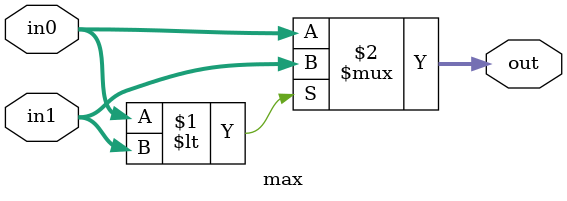
<source format=v>
module max(
    input signed [IP:0] in0,
    input signed [IP:0] in1,
    output signed [IP:0] out
);
parameter IP = 8;
assign out = in0 < in1 ? in1 : in0;
endmodule

</source>
